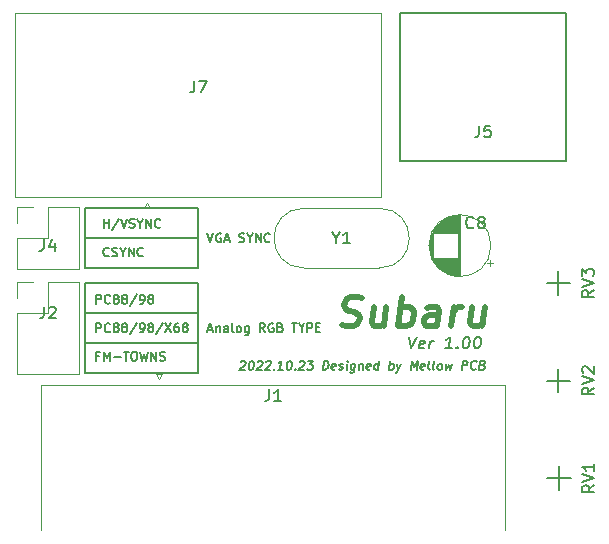
<source format=gbr>
%TF.GenerationSoftware,KiCad,Pcbnew,(6.0.6-0)*%
%TF.CreationDate,2022-10-23T01:51:18+09:00*%
%TF.ProjectId,Subaru,53756261-7275-42e6-9b69-6361645f7063,rev?*%
%TF.SameCoordinates,Original*%
%TF.FileFunction,Legend,Top*%
%TF.FilePolarity,Positive*%
%FSLAX46Y46*%
G04 Gerber Fmt 4.6, Leading zero omitted, Abs format (unit mm)*
G04 Created by KiCad (PCBNEW (6.0.6-0)) date 2022-10-23 01:51:18*
%MOMM*%
%LPD*%
G01*
G04 APERTURE LIST*
%ADD10C,0.150000*%
%ADD11C,0.500000*%
%ADD12C,0.200000*%
%ADD13C,0.120000*%
G04 APERTURE END LIST*
D10*
X109855000Y-83820000D02*
X119380000Y-83820000D01*
X119380000Y-78740000D02*
X119380000Y-83820000D01*
X109855000Y-78740000D02*
X109855000Y-83820000D01*
X109855000Y-85090000D02*
X109855000Y-92710000D01*
X119380000Y-85090000D02*
X109855000Y-85090000D01*
X119380000Y-78740000D02*
X109855000Y-78740000D01*
X109855000Y-92710000D02*
X119380000Y-92710000D01*
X109855000Y-90170000D02*
X119380000Y-90170000D01*
X109855000Y-87630000D02*
X119380000Y-87630000D01*
X119380000Y-92710000D02*
X119380000Y-85090000D01*
X109855000Y-81280000D02*
X119380000Y-81280000D01*
X120183928Y-80869285D02*
X120433928Y-81619285D01*
X120683928Y-80869285D01*
X121326785Y-80905000D02*
X121255357Y-80869285D01*
X121148214Y-80869285D01*
X121041071Y-80905000D01*
X120969642Y-80976428D01*
X120933928Y-81047857D01*
X120898214Y-81190714D01*
X120898214Y-81297857D01*
X120933928Y-81440714D01*
X120969642Y-81512142D01*
X121041071Y-81583571D01*
X121148214Y-81619285D01*
X121219642Y-81619285D01*
X121326785Y-81583571D01*
X121362500Y-81547857D01*
X121362500Y-81297857D01*
X121219642Y-81297857D01*
X121648214Y-81405000D02*
X122005357Y-81405000D01*
X121576785Y-81619285D02*
X121826785Y-80869285D01*
X122076785Y-81619285D01*
X122862500Y-81583571D02*
X122969642Y-81619285D01*
X123148214Y-81619285D01*
X123219642Y-81583571D01*
X123255357Y-81547857D01*
X123291071Y-81476428D01*
X123291071Y-81405000D01*
X123255357Y-81333571D01*
X123219642Y-81297857D01*
X123148214Y-81262142D01*
X123005357Y-81226428D01*
X122933928Y-81190714D01*
X122898214Y-81155000D01*
X122862500Y-81083571D01*
X122862500Y-81012142D01*
X122898214Y-80940714D01*
X122933928Y-80905000D01*
X123005357Y-80869285D01*
X123183928Y-80869285D01*
X123291071Y-80905000D01*
X123755357Y-81262142D02*
X123755357Y-81619285D01*
X123505357Y-80869285D02*
X123755357Y-81262142D01*
X124005357Y-80869285D01*
X124255357Y-81619285D02*
X124255357Y-80869285D01*
X124683928Y-81619285D01*
X124683928Y-80869285D01*
X125469642Y-81547857D02*
X125433928Y-81583571D01*
X125326785Y-81619285D01*
X125255357Y-81619285D01*
X125148214Y-81583571D01*
X125076785Y-81512142D01*
X125041071Y-81440714D01*
X125005357Y-81297857D01*
X125005357Y-81190714D01*
X125041071Y-81047857D01*
X125076785Y-80976428D01*
X125148214Y-80905000D01*
X125255357Y-80869285D01*
X125326785Y-80869285D01*
X125433928Y-80905000D01*
X125469642Y-80940714D01*
X110766071Y-86824285D02*
X110766071Y-86074285D01*
X111051785Y-86074285D01*
X111123214Y-86110000D01*
X111158928Y-86145714D01*
X111194642Y-86217142D01*
X111194642Y-86324285D01*
X111158928Y-86395714D01*
X111123214Y-86431428D01*
X111051785Y-86467142D01*
X110766071Y-86467142D01*
X111944642Y-86752857D02*
X111908928Y-86788571D01*
X111801785Y-86824285D01*
X111730357Y-86824285D01*
X111623214Y-86788571D01*
X111551785Y-86717142D01*
X111516071Y-86645714D01*
X111480357Y-86502857D01*
X111480357Y-86395714D01*
X111516071Y-86252857D01*
X111551785Y-86181428D01*
X111623214Y-86110000D01*
X111730357Y-86074285D01*
X111801785Y-86074285D01*
X111908928Y-86110000D01*
X111944642Y-86145714D01*
X112373214Y-86395714D02*
X112301785Y-86360000D01*
X112266071Y-86324285D01*
X112230357Y-86252857D01*
X112230357Y-86217142D01*
X112266071Y-86145714D01*
X112301785Y-86110000D01*
X112373214Y-86074285D01*
X112516071Y-86074285D01*
X112587500Y-86110000D01*
X112623214Y-86145714D01*
X112658928Y-86217142D01*
X112658928Y-86252857D01*
X112623214Y-86324285D01*
X112587500Y-86360000D01*
X112516071Y-86395714D01*
X112373214Y-86395714D01*
X112301785Y-86431428D01*
X112266071Y-86467142D01*
X112230357Y-86538571D01*
X112230357Y-86681428D01*
X112266071Y-86752857D01*
X112301785Y-86788571D01*
X112373214Y-86824285D01*
X112516071Y-86824285D01*
X112587500Y-86788571D01*
X112623214Y-86752857D01*
X112658928Y-86681428D01*
X112658928Y-86538571D01*
X112623214Y-86467142D01*
X112587500Y-86431428D01*
X112516071Y-86395714D01*
X113087500Y-86395714D02*
X113016071Y-86360000D01*
X112980357Y-86324285D01*
X112944642Y-86252857D01*
X112944642Y-86217142D01*
X112980357Y-86145714D01*
X113016071Y-86110000D01*
X113087500Y-86074285D01*
X113230357Y-86074285D01*
X113301785Y-86110000D01*
X113337500Y-86145714D01*
X113373214Y-86217142D01*
X113373214Y-86252857D01*
X113337500Y-86324285D01*
X113301785Y-86360000D01*
X113230357Y-86395714D01*
X113087500Y-86395714D01*
X113016071Y-86431428D01*
X112980357Y-86467142D01*
X112944642Y-86538571D01*
X112944642Y-86681428D01*
X112980357Y-86752857D01*
X113016071Y-86788571D01*
X113087500Y-86824285D01*
X113230357Y-86824285D01*
X113301785Y-86788571D01*
X113337500Y-86752857D01*
X113373214Y-86681428D01*
X113373214Y-86538571D01*
X113337500Y-86467142D01*
X113301785Y-86431428D01*
X113230357Y-86395714D01*
X114230357Y-86038571D02*
X113587500Y-87002857D01*
X114516071Y-86824285D02*
X114658928Y-86824285D01*
X114730357Y-86788571D01*
X114766071Y-86752857D01*
X114837500Y-86645714D01*
X114873214Y-86502857D01*
X114873214Y-86217142D01*
X114837500Y-86145714D01*
X114801785Y-86110000D01*
X114730357Y-86074285D01*
X114587500Y-86074285D01*
X114516071Y-86110000D01*
X114480357Y-86145714D01*
X114444642Y-86217142D01*
X114444642Y-86395714D01*
X114480357Y-86467142D01*
X114516071Y-86502857D01*
X114587500Y-86538571D01*
X114730357Y-86538571D01*
X114801785Y-86502857D01*
X114837500Y-86467142D01*
X114873214Y-86395714D01*
X115301785Y-86395714D02*
X115230357Y-86360000D01*
X115194642Y-86324285D01*
X115158928Y-86252857D01*
X115158928Y-86217142D01*
X115194642Y-86145714D01*
X115230357Y-86110000D01*
X115301785Y-86074285D01*
X115444642Y-86074285D01*
X115516071Y-86110000D01*
X115551785Y-86145714D01*
X115587500Y-86217142D01*
X115587500Y-86252857D01*
X115551785Y-86324285D01*
X115516071Y-86360000D01*
X115444642Y-86395714D01*
X115301785Y-86395714D01*
X115230357Y-86431428D01*
X115194642Y-86467142D01*
X115158928Y-86538571D01*
X115158928Y-86681428D01*
X115194642Y-86752857D01*
X115230357Y-86788571D01*
X115301785Y-86824285D01*
X115444642Y-86824285D01*
X115516071Y-86788571D01*
X115551785Y-86752857D01*
X115587500Y-86681428D01*
X115587500Y-86538571D01*
X115551785Y-86467142D01*
X115516071Y-86431428D01*
X115444642Y-86395714D01*
X110766071Y-89239285D02*
X110766071Y-88489285D01*
X111051785Y-88489285D01*
X111123214Y-88525000D01*
X111158928Y-88560714D01*
X111194642Y-88632142D01*
X111194642Y-88739285D01*
X111158928Y-88810714D01*
X111123214Y-88846428D01*
X111051785Y-88882142D01*
X110766071Y-88882142D01*
X111944642Y-89167857D02*
X111908928Y-89203571D01*
X111801785Y-89239285D01*
X111730357Y-89239285D01*
X111623214Y-89203571D01*
X111551785Y-89132142D01*
X111516071Y-89060714D01*
X111480357Y-88917857D01*
X111480357Y-88810714D01*
X111516071Y-88667857D01*
X111551785Y-88596428D01*
X111623214Y-88525000D01*
X111730357Y-88489285D01*
X111801785Y-88489285D01*
X111908928Y-88525000D01*
X111944642Y-88560714D01*
X112373214Y-88810714D02*
X112301785Y-88775000D01*
X112266071Y-88739285D01*
X112230357Y-88667857D01*
X112230357Y-88632142D01*
X112266071Y-88560714D01*
X112301785Y-88525000D01*
X112373214Y-88489285D01*
X112516071Y-88489285D01*
X112587500Y-88525000D01*
X112623214Y-88560714D01*
X112658928Y-88632142D01*
X112658928Y-88667857D01*
X112623214Y-88739285D01*
X112587500Y-88775000D01*
X112516071Y-88810714D01*
X112373214Y-88810714D01*
X112301785Y-88846428D01*
X112266071Y-88882142D01*
X112230357Y-88953571D01*
X112230357Y-89096428D01*
X112266071Y-89167857D01*
X112301785Y-89203571D01*
X112373214Y-89239285D01*
X112516071Y-89239285D01*
X112587500Y-89203571D01*
X112623214Y-89167857D01*
X112658928Y-89096428D01*
X112658928Y-88953571D01*
X112623214Y-88882142D01*
X112587500Y-88846428D01*
X112516071Y-88810714D01*
X113087500Y-88810714D02*
X113016071Y-88775000D01*
X112980357Y-88739285D01*
X112944642Y-88667857D01*
X112944642Y-88632142D01*
X112980357Y-88560714D01*
X113016071Y-88525000D01*
X113087500Y-88489285D01*
X113230357Y-88489285D01*
X113301785Y-88525000D01*
X113337500Y-88560714D01*
X113373214Y-88632142D01*
X113373214Y-88667857D01*
X113337500Y-88739285D01*
X113301785Y-88775000D01*
X113230357Y-88810714D01*
X113087500Y-88810714D01*
X113016071Y-88846428D01*
X112980357Y-88882142D01*
X112944642Y-88953571D01*
X112944642Y-89096428D01*
X112980357Y-89167857D01*
X113016071Y-89203571D01*
X113087500Y-89239285D01*
X113230357Y-89239285D01*
X113301785Y-89203571D01*
X113337500Y-89167857D01*
X113373214Y-89096428D01*
X113373214Y-88953571D01*
X113337500Y-88882142D01*
X113301785Y-88846428D01*
X113230357Y-88810714D01*
X114230357Y-88453571D02*
X113587500Y-89417857D01*
X114516071Y-89239285D02*
X114658928Y-89239285D01*
X114730357Y-89203571D01*
X114766071Y-89167857D01*
X114837500Y-89060714D01*
X114873214Y-88917857D01*
X114873214Y-88632142D01*
X114837500Y-88560714D01*
X114801785Y-88525000D01*
X114730357Y-88489285D01*
X114587500Y-88489285D01*
X114516071Y-88525000D01*
X114480357Y-88560714D01*
X114444642Y-88632142D01*
X114444642Y-88810714D01*
X114480357Y-88882142D01*
X114516071Y-88917857D01*
X114587500Y-88953571D01*
X114730357Y-88953571D01*
X114801785Y-88917857D01*
X114837500Y-88882142D01*
X114873214Y-88810714D01*
X115301785Y-88810714D02*
X115230357Y-88775000D01*
X115194642Y-88739285D01*
X115158928Y-88667857D01*
X115158928Y-88632142D01*
X115194642Y-88560714D01*
X115230357Y-88525000D01*
X115301785Y-88489285D01*
X115444642Y-88489285D01*
X115516071Y-88525000D01*
X115551785Y-88560714D01*
X115587500Y-88632142D01*
X115587500Y-88667857D01*
X115551785Y-88739285D01*
X115516071Y-88775000D01*
X115444642Y-88810714D01*
X115301785Y-88810714D01*
X115230357Y-88846428D01*
X115194642Y-88882142D01*
X115158928Y-88953571D01*
X115158928Y-89096428D01*
X115194642Y-89167857D01*
X115230357Y-89203571D01*
X115301785Y-89239285D01*
X115444642Y-89239285D01*
X115516071Y-89203571D01*
X115551785Y-89167857D01*
X115587500Y-89096428D01*
X115587500Y-88953571D01*
X115551785Y-88882142D01*
X115516071Y-88846428D01*
X115444642Y-88810714D01*
X116444642Y-88453571D02*
X115801785Y-89417857D01*
X116623214Y-88489285D02*
X117123214Y-89239285D01*
X117123214Y-88489285D02*
X116623214Y-89239285D01*
X117730357Y-88489285D02*
X117587500Y-88489285D01*
X117516071Y-88525000D01*
X117480357Y-88560714D01*
X117408928Y-88667857D01*
X117373214Y-88810714D01*
X117373214Y-89096428D01*
X117408928Y-89167857D01*
X117444642Y-89203571D01*
X117516071Y-89239285D01*
X117658928Y-89239285D01*
X117730357Y-89203571D01*
X117766071Y-89167857D01*
X117801785Y-89096428D01*
X117801785Y-88917857D01*
X117766071Y-88846428D01*
X117730357Y-88810714D01*
X117658928Y-88775000D01*
X117516071Y-88775000D01*
X117444642Y-88810714D01*
X117408928Y-88846428D01*
X117373214Y-88917857D01*
X118230357Y-88810714D02*
X118158928Y-88775000D01*
X118123214Y-88739285D01*
X118087500Y-88667857D01*
X118087500Y-88632142D01*
X118123214Y-88560714D01*
X118158928Y-88525000D01*
X118230357Y-88489285D01*
X118373214Y-88489285D01*
X118444642Y-88525000D01*
X118480357Y-88560714D01*
X118516071Y-88632142D01*
X118516071Y-88667857D01*
X118480357Y-88739285D01*
X118444642Y-88775000D01*
X118373214Y-88810714D01*
X118230357Y-88810714D01*
X118158928Y-88846428D01*
X118123214Y-88882142D01*
X118087500Y-88953571D01*
X118087500Y-89096428D01*
X118123214Y-89167857D01*
X118158928Y-89203571D01*
X118230357Y-89239285D01*
X118373214Y-89239285D01*
X118444642Y-89203571D01*
X118480357Y-89167857D01*
X118516071Y-89096428D01*
X118516071Y-88953571D01*
X118480357Y-88882142D01*
X118444642Y-88846428D01*
X118373214Y-88810714D01*
X111016071Y-91261428D02*
X110766071Y-91261428D01*
X110766071Y-91654285D02*
X110766071Y-90904285D01*
X111123214Y-90904285D01*
X111408928Y-91654285D02*
X111408928Y-90904285D01*
X111658928Y-91440000D01*
X111908928Y-90904285D01*
X111908928Y-91654285D01*
X112266071Y-91368571D02*
X112837500Y-91368571D01*
X113087500Y-90904285D02*
X113516071Y-90904285D01*
X113301785Y-91654285D02*
X113301785Y-90904285D01*
X113908928Y-90904285D02*
X114051785Y-90904285D01*
X114123214Y-90940000D01*
X114194642Y-91011428D01*
X114230357Y-91154285D01*
X114230357Y-91404285D01*
X114194642Y-91547142D01*
X114123214Y-91618571D01*
X114051785Y-91654285D01*
X113908928Y-91654285D01*
X113837500Y-91618571D01*
X113766071Y-91547142D01*
X113730357Y-91404285D01*
X113730357Y-91154285D01*
X113766071Y-91011428D01*
X113837500Y-90940000D01*
X113908928Y-90904285D01*
X114480357Y-90904285D02*
X114658928Y-91654285D01*
X114801785Y-91118571D01*
X114944642Y-91654285D01*
X115123214Y-90904285D01*
X115408928Y-91654285D02*
X115408928Y-90904285D01*
X115837500Y-91654285D01*
X115837500Y-90904285D01*
X116158928Y-91618571D02*
X116266071Y-91654285D01*
X116444642Y-91654285D01*
X116516071Y-91618571D01*
X116551785Y-91582857D01*
X116587500Y-91511428D01*
X116587500Y-91440000D01*
X116551785Y-91368571D01*
X116516071Y-91332857D01*
X116444642Y-91297142D01*
X116301785Y-91261428D01*
X116230357Y-91225714D01*
X116194642Y-91190000D01*
X116158928Y-91118571D01*
X116158928Y-91047142D01*
X116194642Y-90975714D01*
X116230357Y-90940000D01*
X116301785Y-90904285D01*
X116480357Y-90904285D01*
X116587500Y-90940000D01*
D11*
X131561307Y-88641904D02*
X131903569Y-88760952D01*
X132498807Y-88760952D01*
X132751783Y-88641904D01*
X132885712Y-88522857D01*
X133034521Y-88284761D01*
X133064283Y-88046666D01*
X132974998Y-87808571D01*
X132870831Y-87689523D01*
X132647617Y-87570476D01*
X132186307Y-87451428D01*
X131963093Y-87332380D01*
X131858926Y-87213333D01*
X131769640Y-86975238D01*
X131799402Y-86737142D01*
X131948212Y-86499047D01*
X132082140Y-86380000D01*
X132335117Y-86260952D01*
X132930355Y-86260952D01*
X133272617Y-86380000D01*
X135326188Y-87094285D02*
X135117855Y-88760952D01*
X134254760Y-87094285D02*
X134091069Y-88403809D01*
X134180355Y-88641904D01*
X134403569Y-88760952D01*
X134760712Y-88760952D01*
X135013688Y-88641904D01*
X135147617Y-88522857D01*
X136308331Y-88760952D02*
X136620831Y-86260952D01*
X136501783Y-87213333D02*
X136754760Y-87094285D01*
X137230950Y-87094285D01*
X137454164Y-87213333D01*
X137558331Y-87332380D01*
X137647617Y-87570476D01*
X137558331Y-88284761D01*
X137409521Y-88522857D01*
X137275593Y-88641904D01*
X137022617Y-88760952D01*
X136546426Y-88760952D01*
X136323212Y-88641904D01*
X139641664Y-88760952D02*
X139805355Y-87451428D01*
X139716069Y-87213333D01*
X139492855Y-87094285D01*
X139016664Y-87094285D01*
X138763688Y-87213333D01*
X139656545Y-88641904D02*
X139403569Y-88760952D01*
X138808331Y-88760952D01*
X138585117Y-88641904D01*
X138495831Y-88403809D01*
X138525593Y-88165714D01*
X138674402Y-87927619D01*
X138927379Y-87808571D01*
X139522617Y-87808571D01*
X139775593Y-87689523D01*
X140832140Y-88760952D02*
X141040474Y-87094285D01*
X140980950Y-87570476D02*
X141129760Y-87332380D01*
X141263688Y-87213333D01*
X141516664Y-87094285D01*
X141754760Y-87094285D01*
X143659521Y-87094285D02*
X143451188Y-88760952D01*
X142588093Y-87094285D02*
X142424402Y-88403809D01*
X142513688Y-88641904D01*
X142736902Y-88760952D01*
X143094045Y-88760952D01*
X143347021Y-88641904D01*
X143480950Y-88522857D01*
D10*
X111401071Y-80411785D02*
X111401071Y-79661785D01*
X111401071Y-80018928D02*
X111829642Y-80018928D01*
X111829642Y-80411785D02*
X111829642Y-79661785D01*
X112722500Y-79626071D02*
X112079642Y-80590357D01*
X112865357Y-79661785D02*
X113115357Y-80411785D01*
X113365357Y-79661785D01*
X113579642Y-80376071D02*
X113686785Y-80411785D01*
X113865357Y-80411785D01*
X113936785Y-80376071D01*
X113972500Y-80340357D01*
X114008214Y-80268928D01*
X114008214Y-80197500D01*
X113972500Y-80126071D01*
X113936785Y-80090357D01*
X113865357Y-80054642D01*
X113722500Y-80018928D01*
X113651071Y-79983214D01*
X113615357Y-79947500D01*
X113579642Y-79876071D01*
X113579642Y-79804642D01*
X113615357Y-79733214D01*
X113651071Y-79697500D01*
X113722500Y-79661785D01*
X113901071Y-79661785D01*
X114008214Y-79697500D01*
X114472500Y-80054642D02*
X114472500Y-80411785D01*
X114222500Y-79661785D02*
X114472500Y-80054642D01*
X114722500Y-79661785D01*
X114972500Y-80411785D02*
X114972500Y-79661785D01*
X115401071Y-80411785D01*
X115401071Y-79661785D01*
X116186785Y-80340357D02*
X116151071Y-80376071D01*
X116043928Y-80411785D01*
X115972500Y-80411785D01*
X115865357Y-80376071D01*
X115793928Y-80304642D01*
X115758214Y-80233214D01*
X115722500Y-80090357D01*
X115722500Y-79983214D01*
X115758214Y-79840357D01*
X115793928Y-79768928D01*
X115865357Y-79697500D01*
X115972500Y-79661785D01*
X116043928Y-79661785D01*
X116151071Y-79697500D01*
X116186785Y-79733214D01*
X111829642Y-82755357D02*
X111793928Y-82791071D01*
X111686785Y-82826785D01*
X111615357Y-82826785D01*
X111508214Y-82791071D01*
X111436785Y-82719642D01*
X111401071Y-82648214D01*
X111365357Y-82505357D01*
X111365357Y-82398214D01*
X111401071Y-82255357D01*
X111436785Y-82183928D01*
X111508214Y-82112500D01*
X111615357Y-82076785D01*
X111686785Y-82076785D01*
X111793928Y-82112500D01*
X111829642Y-82148214D01*
X112115357Y-82791071D02*
X112222500Y-82826785D01*
X112401071Y-82826785D01*
X112472500Y-82791071D01*
X112508214Y-82755357D01*
X112543928Y-82683928D01*
X112543928Y-82612500D01*
X112508214Y-82541071D01*
X112472500Y-82505357D01*
X112401071Y-82469642D01*
X112258214Y-82433928D01*
X112186785Y-82398214D01*
X112151071Y-82362500D01*
X112115357Y-82291071D01*
X112115357Y-82219642D01*
X112151071Y-82148214D01*
X112186785Y-82112500D01*
X112258214Y-82076785D01*
X112436785Y-82076785D01*
X112543928Y-82112500D01*
X113008214Y-82469642D02*
X113008214Y-82826785D01*
X112758214Y-82076785D02*
X113008214Y-82469642D01*
X113258214Y-82076785D01*
X113508214Y-82826785D02*
X113508214Y-82076785D01*
X113936785Y-82826785D01*
X113936785Y-82076785D01*
X114722500Y-82755357D02*
X114686785Y-82791071D01*
X114579642Y-82826785D01*
X114508214Y-82826785D01*
X114401071Y-82791071D01*
X114329642Y-82719642D01*
X114293928Y-82648214D01*
X114258214Y-82505357D01*
X114258214Y-82398214D01*
X114293928Y-82255357D01*
X114329642Y-82183928D01*
X114401071Y-82112500D01*
X114508214Y-82076785D01*
X114579642Y-82076785D01*
X114686785Y-82112500D01*
X114722500Y-82148214D01*
X120255357Y-89025000D02*
X120612500Y-89025000D01*
X120183928Y-89239285D02*
X120433928Y-88489285D01*
X120683928Y-89239285D01*
X120933928Y-88739285D02*
X120933928Y-89239285D01*
X120933928Y-88810714D02*
X120969642Y-88775000D01*
X121041071Y-88739285D01*
X121148214Y-88739285D01*
X121219642Y-88775000D01*
X121255357Y-88846428D01*
X121255357Y-89239285D01*
X121933928Y-89239285D02*
X121933928Y-88846428D01*
X121898214Y-88775000D01*
X121826785Y-88739285D01*
X121683928Y-88739285D01*
X121612500Y-88775000D01*
X121933928Y-89203571D02*
X121862500Y-89239285D01*
X121683928Y-89239285D01*
X121612500Y-89203571D01*
X121576785Y-89132142D01*
X121576785Y-89060714D01*
X121612500Y-88989285D01*
X121683928Y-88953571D01*
X121862500Y-88953571D01*
X121933928Y-88917857D01*
X122398214Y-89239285D02*
X122326785Y-89203571D01*
X122291071Y-89132142D01*
X122291071Y-88489285D01*
X122791071Y-89239285D02*
X122719642Y-89203571D01*
X122683928Y-89167857D01*
X122648214Y-89096428D01*
X122648214Y-88882142D01*
X122683928Y-88810714D01*
X122719642Y-88775000D01*
X122791071Y-88739285D01*
X122898214Y-88739285D01*
X122969642Y-88775000D01*
X123005357Y-88810714D01*
X123041071Y-88882142D01*
X123041071Y-89096428D01*
X123005357Y-89167857D01*
X122969642Y-89203571D01*
X122898214Y-89239285D01*
X122791071Y-89239285D01*
X123683928Y-88739285D02*
X123683928Y-89346428D01*
X123648214Y-89417857D01*
X123612500Y-89453571D01*
X123541071Y-89489285D01*
X123433928Y-89489285D01*
X123362500Y-89453571D01*
X123683928Y-89203571D02*
X123612500Y-89239285D01*
X123469642Y-89239285D01*
X123398214Y-89203571D01*
X123362500Y-89167857D01*
X123326785Y-89096428D01*
X123326785Y-88882142D01*
X123362500Y-88810714D01*
X123398214Y-88775000D01*
X123469642Y-88739285D01*
X123612500Y-88739285D01*
X123683928Y-88775000D01*
X125041071Y-89239285D02*
X124791071Y-88882142D01*
X124612500Y-89239285D02*
X124612500Y-88489285D01*
X124898214Y-88489285D01*
X124969642Y-88525000D01*
X125005357Y-88560714D01*
X125041071Y-88632142D01*
X125041071Y-88739285D01*
X125005357Y-88810714D01*
X124969642Y-88846428D01*
X124898214Y-88882142D01*
X124612500Y-88882142D01*
X125755357Y-88525000D02*
X125683928Y-88489285D01*
X125576785Y-88489285D01*
X125469642Y-88525000D01*
X125398214Y-88596428D01*
X125362500Y-88667857D01*
X125326785Y-88810714D01*
X125326785Y-88917857D01*
X125362500Y-89060714D01*
X125398214Y-89132142D01*
X125469642Y-89203571D01*
X125576785Y-89239285D01*
X125648214Y-89239285D01*
X125755357Y-89203571D01*
X125791071Y-89167857D01*
X125791071Y-88917857D01*
X125648214Y-88917857D01*
X126362500Y-88846428D02*
X126469642Y-88882142D01*
X126505357Y-88917857D01*
X126541071Y-88989285D01*
X126541071Y-89096428D01*
X126505357Y-89167857D01*
X126469642Y-89203571D01*
X126398214Y-89239285D01*
X126112500Y-89239285D01*
X126112500Y-88489285D01*
X126362500Y-88489285D01*
X126433928Y-88525000D01*
X126469642Y-88560714D01*
X126505357Y-88632142D01*
X126505357Y-88703571D01*
X126469642Y-88775000D01*
X126433928Y-88810714D01*
X126362500Y-88846428D01*
X126112500Y-88846428D01*
X127326785Y-88489285D02*
X127755357Y-88489285D01*
X127541071Y-89239285D02*
X127541071Y-88489285D01*
X128148214Y-88882142D02*
X128148214Y-89239285D01*
X127898214Y-88489285D02*
X128148214Y-88882142D01*
X128398214Y-88489285D01*
X128648214Y-89239285D02*
X128648214Y-88489285D01*
X128933928Y-88489285D01*
X129005357Y-88525000D01*
X129041071Y-88560714D01*
X129076785Y-88632142D01*
X129076785Y-88739285D01*
X129041071Y-88810714D01*
X129005357Y-88846428D01*
X128933928Y-88882142D01*
X128648214Y-88882142D01*
X129398214Y-88846428D02*
X129648214Y-88846428D01*
X129755357Y-89239285D02*
X129398214Y-89239285D01*
X129398214Y-88489285D01*
X129755357Y-88489285D01*
D12*
X137246292Y-89622380D02*
X137454626Y-90622380D01*
X137912959Y-89622380D01*
X138508197Y-90574761D02*
X138407007Y-90622380D01*
X138216530Y-90622380D01*
X138127245Y-90574761D01*
X138091530Y-90479523D01*
X138139149Y-90098571D01*
X138198673Y-90003333D01*
X138299864Y-89955714D01*
X138490340Y-89955714D01*
X138579626Y-90003333D01*
X138615340Y-90098571D01*
X138603435Y-90193809D01*
X138115340Y-90289047D01*
X138978435Y-90622380D02*
X139061768Y-89955714D01*
X139037959Y-90146190D02*
X139097483Y-90050952D01*
X139151054Y-90003333D01*
X139252245Y-89955714D01*
X139347483Y-89955714D01*
X140883197Y-90622380D02*
X140311768Y-90622380D01*
X140597483Y-90622380D02*
X140722483Y-89622380D01*
X140609388Y-89765238D01*
X140502245Y-89860476D01*
X140401054Y-89908095D01*
X141323673Y-90527142D02*
X141365340Y-90574761D01*
X141311768Y-90622380D01*
X141270102Y-90574761D01*
X141323673Y-90527142D01*
X141311768Y-90622380D01*
X142103435Y-89622380D02*
X142198673Y-89622380D01*
X142287959Y-89670000D01*
X142329626Y-89717619D01*
X142365340Y-89812857D01*
X142389149Y-90003333D01*
X142359388Y-90241428D01*
X142287959Y-90431904D01*
X142228435Y-90527142D01*
X142174864Y-90574761D01*
X142073673Y-90622380D01*
X141978435Y-90622380D01*
X141889149Y-90574761D01*
X141847483Y-90527142D01*
X141811768Y-90431904D01*
X141787959Y-90241428D01*
X141817721Y-90003333D01*
X141889149Y-89812857D01*
X141948673Y-89717619D01*
X142002245Y-89670000D01*
X142103435Y-89622380D01*
X143055816Y-89622380D02*
X143151054Y-89622380D01*
X143240340Y-89670000D01*
X143282007Y-89717619D01*
X143317721Y-89812857D01*
X143341530Y-90003333D01*
X143311768Y-90241428D01*
X143240340Y-90431904D01*
X143180816Y-90527142D01*
X143127245Y-90574761D01*
X143026054Y-90622380D01*
X142930816Y-90622380D01*
X142841530Y-90574761D01*
X142799864Y-90527142D01*
X142764149Y-90431904D01*
X142740340Y-90241428D01*
X142770102Y-90003333D01*
X142841530Y-89812857D01*
X142901054Y-89717619D01*
X142954626Y-89670000D01*
X143055816Y-89622380D01*
D10*
X123006687Y-91735714D02*
X123046865Y-91700000D01*
X123122758Y-91664285D01*
X123301329Y-91664285D01*
X123368294Y-91700000D01*
X123399544Y-91735714D01*
X123426329Y-91807142D01*
X123417401Y-91878571D01*
X123368294Y-91985714D01*
X122886151Y-92414285D01*
X123350437Y-92414285D01*
X123908472Y-91664285D02*
X123979901Y-91664285D01*
X124046865Y-91700000D01*
X124078115Y-91735714D01*
X124104901Y-91807142D01*
X124122758Y-91950000D01*
X124100437Y-92128571D01*
X124046865Y-92271428D01*
X124002222Y-92342857D01*
X123962044Y-92378571D01*
X123886151Y-92414285D01*
X123814722Y-92414285D01*
X123747758Y-92378571D01*
X123716508Y-92342857D01*
X123689722Y-92271428D01*
X123671865Y-92128571D01*
X123694187Y-91950000D01*
X123747758Y-91807142D01*
X123792401Y-91735714D01*
X123832579Y-91700000D01*
X123908472Y-91664285D01*
X124435258Y-91735714D02*
X124475437Y-91700000D01*
X124551329Y-91664285D01*
X124729901Y-91664285D01*
X124796865Y-91700000D01*
X124828115Y-91735714D01*
X124854901Y-91807142D01*
X124845972Y-91878571D01*
X124796865Y-91985714D01*
X124314722Y-92414285D01*
X124779008Y-92414285D01*
X125149544Y-91735714D02*
X125189722Y-91700000D01*
X125265615Y-91664285D01*
X125444187Y-91664285D01*
X125511151Y-91700000D01*
X125542401Y-91735714D01*
X125569187Y-91807142D01*
X125560258Y-91878571D01*
X125511151Y-91985714D01*
X125029008Y-92414285D01*
X125493294Y-92414285D01*
X125823651Y-92342857D02*
X125854901Y-92378571D01*
X125814722Y-92414285D01*
X125783472Y-92378571D01*
X125823651Y-92342857D01*
X125814722Y-92414285D01*
X126564722Y-92414285D02*
X126136151Y-92414285D01*
X126350437Y-92414285D02*
X126444187Y-91664285D01*
X126359365Y-91771428D01*
X126279008Y-91842857D01*
X126203115Y-91878571D01*
X127122758Y-91664285D02*
X127194187Y-91664285D01*
X127261151Y-91700000D01*
X127292401Y-91735714D01*
X127319187Y-91807142D01*
X127337044Y-91950000D01*
X127314722Y-92128571D01*
X127261151Y-92271428D01*
X127216508Y-92342857D01*
X127176329Y-92378571D01*
X127100437Y-92414285D01*
X127029008Y-92414285D01*
X126962044Y-92378571D01*
X126930794Y-92342857D01*
X126904008Y-92271428D01*
X126886151Y-92128571D01*
X126908472Y-91950000D01*
X126962044Y-91807142D01*
X127006687Y-91735714D01*
X127046865Y-91700000D01*
X127122758Y-91664285D01*
X127609365Y-92342857D02*
X127640615Y-92378571D01*
X127600437Y-92414285D01*
X127569187Y-92378571D01*
X127609365Y-92342857D01*
X127600437Y-92414285D01*
X128006687Y-91735714D02*
X128046865Y-91700000D01*
X128122758Y-91664285D01*
X128301329Y-91664285D01*
X128368294Y-91700000D01*
X128399544Y-91735714D01*
X128426329Y-91807142D01*
X128417401Y-91878571D01*
X128368294Y-91985714D01*
X127886151Y-92414285D01*
X128350437Y-92414285D01*
X128694187Y-91664285D02*
X129158472Y-91664285D01*
X128872758Y-91950000D01*
X128979901Y-91950000D01*
X129046865Y-91985714D01*
X129078115Y-92021428D01*
X129104901Y-92092857D01*
X129082579Y-92271428D01*
X129037937Y-92342857D01*
X128997758Y-92378571D01*
X128921865Y-92414285D01*
X128707579Y-92414285D01*
X128640615Y-92378571D01*
X128609365Y-92342857D01*
X129957579Y-92414285D02*
X130051329Y-91664285D01*
X130229901Y-91664285D01*
X130332579Y-91700000D01*
X130395079Y-91771428D01*
X130421865Y-91842857D01*
X130439722Y-91985714D01*
X130426329Y-92092857D01*
X130372758Y-92235714D01*
X130328115Y-92307142D01*
X130247758Y-92378571D01*
X130136151Y-92414285D01*
X129957579Y-92414285D01*
X130997758Y-92378571D02*
X130921865Y-92414285D01*
X130779008Y-92414285D01*
X130712044Y-92378571D01*
X130685258Y-92307142D01*
X130720972Y-92021428D01*
X130765615Y-91950000D01*
X130841508Y-91914285D01*
X130984365Y-91914285D01*
X131051329Y-91950000D01*
X131078115Y-92021428D01*
X131069187Y-92092857D01*
X130703115Y-92164285D01*
X131319187Y-92378571D02*
X131386151Y-92414285D01*
X131529008Y-92414285D01*
X131604901Y-92378571D01*
X131649544Y-92307142D01*
X131654008Y-92271428D01*
X131627222Y-92200000D01*
X131560258Y-92164285D01*
X131453115Y-92164285D01*
X131386151Y-92128571D01*
X131359365Y-92057142D01*
X131363829Y-92021428D01*
X131408472Y-91950000D01*
X131484365Y-91914285D01*
X131591508Y-91914285D01*
X131658472Y-91950000D01*
X131957579Y-92414285D02*
X132020079Y-91914285D01*
X132051329Y-91664285D02*
X132011151Y-91700000D01*
X132042401Y-91735714D01*
X132082579Y-91700000D01*
X132051329Y-91664285D01*
X132042401Y-91735714D01*
X132698651Y-91914285D02*
X132622758Y-92521428D01*
X132578115Y-92592857D01*
X132537937Y-92628571D01*
X132462044Y-92664285D01*
X132354901Y-92664285D01*
X132287937Y-92628571D01*
X132640615Y-92378571D02*
X132564722Y-92414285D01*
X132421865Y-92414285D01*
X132354901Y-92378571D01*
X132323651Y-92342857D01*
X132296865Y-92271428D01*
X132323651Y-92057142D01*
X132368294Y-91985714D01*
X132408472Y-91950000D01*
X132484365Y-91914285D01*
X132627222Y-91914285D01*
X132694187Y-91950000D01*
X133055794Y-91914285D02*
X132993294Y-92414285D01*
X133046865Y-91985714D02*
X133087044Y-91950000D01*
X133162937Y-91914285D01*
X133270079Y-91914285D01*
X133337044Y-91950000D01*
X133363829Y-92021428D01*
X133314722Y-92414285D01*
X133962044Y-92378571D02*
X133886151Y-92414285D01*
X133743294Y-92414285D01*
X133676329Y-92378571D01*
X133649544Y-92307142D01*
X133685258Y-92021428D01*
X133729901Y-91950000D01*
X133805794Y-91914285D01*
X133948651Y-91914285D01*
X134015615Y-91950000D01*
X134042401Y-92021428D01*
X134033472Y-92092857D01*
X133667401Y-92164285D01*
X134636151Y-92414285D02*
X134729901Y-91664285D01*
X134640615Y-92378571D02*
X134564722Y-92414285D01*
X134421865Y-92414285D01*
X134354901Y-92378571D01*
X134323651Y-92342857D01*
X134296865Y-92271428D01*
X134323651Y-92057142D01*
X134368294Y-91985714D01*
X134408472Y-91950000D01*
X134484365Y-91914285D01*
X134627222Y-91914285D01*
X134694187Y-91950000D01*
X135564722Y-92414285D02*
X135658472Y-91664285D01*
X135622758Y-91950000D02*
X135698651Y-91914285D01*
X135841508Y-91914285D01*
X135908472Y-91950000D01*
X135939722Y-91985714D01*
X135966508Y-92057142D01*
X135939722Y-92271428D01*
X135895079Y-92342857D01*
X135854901Y-92378571D01*
X135779008Y-92414285D01*
X135636151Y-92414285D01*
X135569187Y-92378571D01*
X136234365Y-91914285D02*
X136350437Y-92414285D01*
X136591508Y-91914285D02*
X136350437Y-92414285D01*
X136256687Y-92592857D01*
X136216508Y-92628571D01*
X136140615Y-92664285D01*
X137386151Y-92414285D02*
X137479901Y-91664285D01*
X137662937Y-92200000D01*
X137979901Y-91664285D01*
X137886151Y-92414285D01*
X138533472Y-92378571D02*
X138457579Y-92414285D01*
X138314722Y-92414285D01*
X138247758Y-92378571D01*
X138220972Y-92307142D01*
X138256687Y-92021428D01*
X138301329Y-91950000D01*
X138377222Y-91914285D01*
X138520079Y-91914285D01*
X138587044Y-91950000D01*
X138613829Y-92021428D01*
X138604901Y-92092857D01*
X138238829Y-92164285D01*
X138993294Y-92414285D02*
X138926329Y-92378571D01*
X138899544Y-92307142D01*
X138979901Y-91664285D01*
X139386151Y-92414285D02*
X139319187Y-92378571D01*
X139292401Y-92307142D01*
X139372758Y-91664285D01*
X139779008Y-92414285D02*
X139712044Y-92378571D01*
X139680794Y-92342857D01*
X139654008Y-92271428D01*
X139680794Y-92057142D01*
X139725437Y-91985714D01*
X139765615Y-91950000D01*
X139841508Y-91914285D01*
X139948651Y-91914285D01*
X140015615Y-91950000D01*
X140046865Y-91985714D01*
X140073651Y-92057142D01*
X140046865Y-92271428D01*
X140002222Y-92342857D01*
X139962044Y-92378571D01*
X139886151Y-92414285D01*
X139779008Y-92414285D01*
X140341508Y-91914285D02*
X140421865Y-92414285D01*
X140609365Y-92057142D01*
X140707579Y-92414285D01*
X140912937Y-91914285D01*
X141707579Y-92414285D02*
X141801329Y-91664285D01*
X142087044Y-91664285D01*
X142154008Y-91700000D01*
X142185258Y-91735714D01*
X142212044Y-91807142D01*
X142198651Y-91914285D01*
X142154008Y-91985714D01*
X142113829Y-92021428D01*
X142037937Y-92057142D01*
X141752222Y-92057142D01*
X142895079Y-92342857D02*
X142854901Y-92378571D01*
X142743294Y-92414285D01*
X142671865Y-92414285D01*
X142569187Y-92378571D01*
X142506687Y-92307142D01*
X142479901Y-92235714D01*
X142462044Y-92092857D01*
X142475437Y-91985714D01*
X142529008Y-91842857D01*
X142573651Y-91771428D01*
X142654008Y-91700000D01*
X142765615Y-91664285D01*
X142837044Y-91664285D01*
X142939722Y-91700000D01*
X142970972Y-91735714D01*
X143506687Y-92021428D02*
X143609365Y-92057142D01*
X143640615Y-92092857D01*
X143667401Y-92164285D01*
X143654008Y-92271428D01*
X143609365Y-92342857D01*
X143569187Y-92378571D01*
X143493294Y-92414285D01*
X143207579Y-92414285D01*
X143301329Y-91664285D01*
X143551329Y-91664285D01*
X143618294Y-91700000D01*
X143649544Y-91735714D01*
X143676329Y-91807142D01*
X143667401Y-91878571D01*
X143622758Y-91950000D01*
X143582579Y-91985714D01*
X143506687Y-92021428D01*
X143256687Y-92021428D01*
%TO.C,RV2*%
X152892380Y-93940238D02*
X152416190Y-94273571D01*
X152892380Y-94511666D02*
X151892380Y-94511666D01*
X151892380Y-94130714D01*
X151940000Y-94035476D01*
X151987619Y-93987857D01*
X152082857Y-93940238D01*
X152225714Y-93940238D01*
X152320952Y-93987857D01*
X152368571Y-94035476D01*
X152416190Y-94130714D01*
X152416190Y-94511666D01*
X151892380Y-93654523D02*
X152892380Y-93321190D01*
X151892380Y-92987857D01*
X151987619Y-92702142D02*
X151940000Y-92654523D01*
X151892380Y-92559285D01*
X151892380Y-92321190D01*
X151940000Y-92225952D01*
X151987619Y-92178333D01*
X152082857Y-92130714D01*
X152178095Y-92130714D01*
X152320952Y-92178333D01*
X152892380Y-92749761D01*
X152892380Y-92130714D01*
%TO.C,J7*%
X119061666Y-67947049D02*
X119061666Y-68661335D01*
X119014047Y-68804192D01*
X118918809Y-68899430D01*
X118775952Y-68947049D01*
X118680714Y-68947049D01*
X119442619Y-67947049D02*
X120109285Y-67947049D01*
X119680714Y-68947049D01*
%TO.C,RV3*%
X152892380Y-85685238D02*
X152416190Y-86018571D01*
X152892380Y-86256666D02*
X151892380Y-86256666D01*
X151892380Y-85875714D01*
X151940000Y-85780476D01*
X151987619Y-85732857D01*
X152082857Y-85685238D01*
X152225714Y-85685238D01*
X152320952Y-85732857D01*
X152368571Y-85780476D01*
X152416190Y-85875714D01*
X152416190Y-86256666D01*
X151892380Y-85399523D02*
X152892380Y-85066190D01*
X151892380Y-84732857D01*
X151892380Y-84494761D02*
X151892380Y-83875714D01*
X152273333Y-84209047D01*
X152273333Y-84066190D01*
X152320952Y-83970952D01*
X152368571Y-83923333D01*
X152463809Y-83875714D01*
X152701904Y-83875714D01*
X152797142Y-83923333D01*
X152844761Y-83970952D01*
X152892380Y-84066190D01*
X152892380Y-84351904D01*
X152844761Y-84447142D01*
X152797142Y-84494761D01*
%TO.C,J5*%
X143176666Y-71757080D02*
X143176666Y-72471366D01*
X143129047Y-72614223D01*
X143033809Y-72709461D01*
X142890952Y-72757080D01*
X142795714Y-72757080D01*
X144129047Y-71757080D02*
X143652857Y-71757080D01*
X143605238Y-72233271D01*
X143652857Y-72185652D01*
X143748095Y-72138033D01*
X143986190Y-72138033D01*
X144081428Y-72185652D01*
X144129047Y-72233271D01*
X144176666Y-72328509D01*
X144176666Y-72566604D01*
X144129047Y-72661842D01*
X144081428Y-72709461D01*
X143986190Y-72757080D01*
X143748095Y-72757080D01*
X143652857Y-72709461D01*
X143605238Y-72661842D01*
%TO.C,J2*%
X106346666Y-87082380D02*
X106346666Y-87796666D01*
X106299047Y-87939523D01*
X106203809Y-88034761D01*
X106060952Y-88082380D01*
X105965714Y-88082380D01*
X106775238Y-87177619D02*
X106822857Y-87130000D01*
X106918095Y-87082380D01*
X107156190Y-87082380D01*
X107251428Y-87130000D01*
X107299047Y-87177619D01*
X107346666Y-87272857D01*
X107346666Y-87368095D01*
X107299047Y-87510952D01*
X106727619Y-88082380D01*
X107346666Y-88082380D01*
%TO.C,C8*%
X142708321Y-80367142D02*
X142660702Y-80414761D01*
X142517845Y-80462380D01*
X142422607Y-80462380D01*
X142279749Y-80414761D01*
X142184511Y-80319523D01*
X142136892Y-80224285D01*
X142089273Y-80033809D01*
X142089273Y-79890952D01*
X142136892Y-79700476D01*
X142184511Y-79605238D01*
X142279749Y-79510000D01*
X142422607Y-79462380D01*
X142517845Y-79462380D01*
X142660702Y-79510000D01*
X142708321Y-79557619D01*
X143279749Y-79890952D02*
X143184511Y-79843333D01*
X143136892Y-79795714D01*
X143089273Y-79700476D01*
X143089273Y-79652857D01*
X143136892Y-79557619D01*
X143184511Y-79510000D01*
X143279749Y-79462380D01*
X143470226Y-79462380D01*
X143565464Y-79510000D01*
X143613083Y-79557619D01*
X143660702Y-79652857D01*
X143660702Y-79700476D01*
X143613083Y-79795714D01*
X143565464Y-79843333D01*
X143470226Y-79890952D01*
X143279749Y-79890952D01*
X143184511Y-79938571D01*
X143136892Y-79986190D01*
X143089273Y-80081428D01*
X143089273Y-80271904D01*
X143136892Y-80367142D01*
X143184511Y-80414761D01*
X143279749Y-80462380D01*
X143470226Y-80462380D01*
X143565464Y-80414761D01*
X143613083Y-80367142D01*
X143660702Y-80271904D01*
X143660702Y-80081428D01*
X143613083Y-79986190D01*
X143565464Y-79938571D01*
X143470226Y-79890952D01*
%TO.C,J4*%
X106341666Y-81367380D02*
X106341666Y-82081666D01*
X106294047Y-82224523D01*
X106198809Y-82319761D01*
X106055952Y-82367380D01*
X105960714Y-82367380D01*
X107246428Y-81700714D02*
X107246428Y-82367380D01*
X107008333Y-81319761D02*
X106770238Y-82034047D01*
X107389285Y-82034047D01*
%TO.C,Y1*%
X131068809Y-81256190D02*
X131068809Y-81732380D01*
X130735476Y-80732380D02*
X131068809Y-81256190D01*
X131402142Y-80732380D01*
X132259285Y-81732380D02*
X131687857Y-81732380D01*
X131973571Y-81732380D02*
X131973571Y-80732380D01*
X131878333Y-80875238D01*
X131783095Y-80970476D01*
X131687857Y-81018095D01*
%TO.C,J1*%
X125416666Y-94067411D02*
X125416666Y-94781697D01*
X125369047Y-94924554D01*
X125273809Y-95019792D01*
X125130952Y-95067411D01*
X125035714Y-95067411D01*
X126416666Y-95067411D02*
X125845238Y-95067411D01*
X126130952Y-95067411D02*
X126130952Y-94067411D01*
X126035714Y-94210269D01*
X125940476Y-94305507D01*
X125845238Y-94353126D01*
%TO.C,RV1*%
X152932380Y-102195238D02*
X152456190Y-102528571D01*
X152932380Y-102766666D02*
X151932380Y-102766666D01*
X151932380Y-102385714D01*
X151980000Y-102290476D01*
X152027619Y-102242857D01*
X152122857Y-102195238D01*
X152265714Y-102195238D01*
X152360952Y-102242857D01*
X152408571Y-102290476D01*
X152456190Y-102385714D01*
X152456190Y-102766666D01*
X151932380Y-101909523D02*
X152932380Y-101576190D01*
X151932380Y-101242857D01*
X152932380Y-100385714D02*
X152932380Y-100957142D01*
X152932380Y-100671428D02*
X151932380Y-100671428D01*
X152075238Y-100766666D01*
X152170476Y-100861904D01*
X152218095Y-100957142D01*
%TO.C,RV2*%
X149900000Y-94345000D02*
X149900000Y-92345000D01*
X148900000Y-93345000D02*
X150900000Y-93345000D01*
D13*
%TO.C,J7*%
X134880000Y-62230000D02*
X134880000Y-77840000D01*
X114830000Y-78734338D02*
X115080000Y-78301325D01*
X134880000Y-62230000D02*
X103910000Y-62230000D01*
X134880000Y-77840000D02*
X103910000Y-77840000D01*
X103910000Y-77840000D02*
X103910000Y-62230000D01*
X115330000Y-78734338D02*
X114830000Y-78734338D01*
X115080000Y-78301325D02*
X115330000Y-78734338D01*
D10*
%TO.C,RV3*%
X149900000Y-86090000D02*
X149900000Y-84090000D01*
X148900000Y-85090000D02*
X150900000Y-85090000D01*
%TO.C,J5*%
X150510000Y-62244700D02*
X150510000Y-74744700D01*
X136510000Y-62244700D02*
X136510000Y-74744700D01*
X136510000Y-74744700D02*
X150510000Y-74744700D01*
X136510000Y-62244700D02*
X150510000Y-62244700D01*
D13*
%TO.C,J2*%
X104080000Y-87630000D02*
X106680000Y-87630000D01*
X104080000Y-85030000D02*
X105410000Y-85030000D01*
X106680000Y-87630000D02*
X106680000Y-85030000D01*
X106680000Y-85030000D02*
X109280000Y-85030000D01*
X104080000Y-92770000D02*
X109280000Y-92770000D01*
X104080000Y-87630000D02*
X104080000Y-92770000D01*
X104080000Y-86360000D02*
X104080000Y-85030000D01*
X109280000Y-85030000D02*
X109280000Y-92770000D01*
%TO.C,C8*%
X140359100Y-84205000D02*
X140359100Y-82955000D01*
X140479100Y-80875000D02*
X140479100Y-79567000D01*
X139959100Y-83950000D02*
X139959100Y-82955000D01*
X139079100Y-82720000D02*
X139079100Y-81110000D01*
X140199100Y-80875000D02*
X140199100Y-79715000D01*
X141120100Y-80875000D02*
X141120100Y-79372000D01*
X141520100Y-84495000D02*
X141520100Y-79335000D01*
X140399100Y-80875000D02*
X140399100Y-79605000D01*
X140319100Y-80875000D02*
X140319100Y-79647000D01*
X139919100Y-80875000D02*
X139919100Y-79911000D01*
X139799100Y-83816000D02*
X139799100Y-82955000D01*
X140599100Y-84313000D02*
X140599100Y-82955000D01*
X141080100Y-80875000D02*
X141080100Y-79379000D01*
X140839100Y-80875000D02*
X140839100Y-79435000D01*
X140880100Y-80875000D02*
X140880100Y-79424000D01*
X139879100Y-83886000D02*
X139879100Y-82955000D01*
X139199100Y-83013000D02*
X139199100Y-80817000D01*
X139359100Y-83298000D02*
X139359100Y-82955000D01*
X140359100Y-80875000D02*
X140359100Y-79625000D01*
X141160100Y-84465000D02*
X141160100Y-82955000D01*
X139599100Y-83614000D02*
X139599100Y-82955000D01*
X141200100Y-80875000D02*
X141200100Y-79359000D01*
X141440100Y-84493000D02*
X141440100Y-79337000D01*
X139399100Y-80875000D02*
X139399100Y-80472000D01*
X140559100Y-84297000D02*
X140559100Y-82955000D01*
X139319100Y-83234000D02*
X139319100Y-82955000D01*
X139839100Y-83852000D02*
X139839100Y-82955000D01*
X140439100Y-84244000D02*
X140439100Y-82955000D01*
X141040100Y-84443000D02*
X141040100Y-82955000D01*
X139479100Y-80875000D02*
X139479100Y-80361000D01*
X140399100Y-84225000D02*
X140399100Y-82955000D01*
X139799100Y-80875000D02*
X139799100Y-80014000D01*
X141200100Y-84471000D02*
X141200100Y-82955000D01*
X139639100Y-80875000D02*
X139639100Y-80172000D01*
X140079100Y-84037000D02*
X140079100Y-82955000D01*
X141080100Y-84451000D02*
X141080100Y-82955000D01*
X139679100Y-80875000D02*
X139679100Y-80130000D01*
X141000100Y-84435000D02*
X141000100Y-82955000D01*
X140639100Y-80875000D02*
X140639100Y-79501000D01*
X139119100Y-82830000D02*
X139119100Y-81000000D01*
X139239100Y-83093000D02*
X139239100Y-80737000D01*
X141480100Y-84494000D02*
X141480100Y-79336000D01*
X140639100Y-84329000D02*
X140639100Y-82955000D01*
X141280100Y-80875000D02*
X141280100Y-79350000D01*
X141240100Y-80875000D02*
X141240100Y-79354000D01*
X139719100Y-80875000D02*
X139719100Y-80089000D01*
X144364875Y-83390000D02*
X143864875Y-83390000D01*
X140159100Y-84090000D02*
X140159100Y-82955000D01*
X140679100Y-80875000D02*
X140679100Y-79487000D01*
X140079100Y-80875000D02*
X140079100Y-79793000D01*
X139439100Y-83415000D02*
X139439100Y-82955000D01*
X139639100Y-83658000D02*
X139639100Y-82955000D01*
X141320100Y-80875000D02*
X141320100Y-79346000D01*
X139759100Y-80875000D02*
X139759100Y-80051000D01*
X139599100Y-80875000D02*
X139599100Y-80216000D01*
X144114875Y-83640000D02*
X144114875Y-83140000D01*
X140719100Y-80875000D02*
X140719100Y-79473000D01*
X140519100Y-80875000D02*
X140519100Y-79550000D01*
X141320100Y-84484000D02*
X141320100Y-82955000D01*
X139519100Y-80875000D02*
X139519100Y-80310000D01*
X140960100Y-80875000D02*
X140960100Y-79404000D01*
X141360100Y-84488000D02*
X141360100Y-79342000D01*
X139399100Y-83358000D02*
X139399100Y-82955000D01*
X140719100Y-84357000D02*
X140719100Y-82955000D01*
X139879100Y-80875000D02*
X139879100Y-79944000D01*
X139039100Y-82592000D02*
X139039100Y-81238000D01*
X139719100Y-83741000D02*
X139719100Y-82955000D01*
X140839100Y-84395000D02*
X140839100Y-82955000D01*
X141160100Y-80875000D02*
X141160100Y-79365000D01*
X140759100Y-84370000D02*
X140759100Y-82955000D01*
X140119100Y-84064000D02*
X140119100Y-82955000D01*
X140039100Y-80875000D02*
X140039100Y-79820000D01*
X140759100Y-80875000D02*
X140759100Y-79460000D01*
X141400100Y-84491000D02*
X141400100Y-79339000D01*
X140119100Y-80875000D02*
X140119100Y-79766000D01*
X141120100Y-84458000D02*
X141120100Y-82955000D01*
X139959100Y-80875000D02*
X139959100Y-79880000D01*
X140159100Y-80875000D02*
X140159100Y-79740000D01*
X140920100Y-84416000D02*
X140920100Y-82955000D01*
X138999100Y-82433000D02*
X138999100Y-81397000D01*
X140920100Y-80875000D02*
X140920100Y-79414000D01*
X141280100Y-84480000D02*
X141280100Y-82955000D01*
X140960100Y-84426000D02*
X140960100Y-82955000D01*
X140239100Y-80875000D02*
X140239100Y-79691000D01*
X139839100Y-80875000D02*
X139839100Y-79978000D01*
X141040100Y-80875000D02*
X141040100Y-79387000D01*
X139559100Y-80875000D02*
X139559100Y-80262000D01*
X140799100Y-80875000D02*
X140799100Y-79447000D01*
X139919100Y-83919000D02*
X139919100Y-82955000D01*
X139279100Y-80875000D02*
X139279100Y-80664000D01*
X139479100Y-83469000D02*
X139479100Y-82955000D01*
X141560100Y-84495000D02*
X141560100Y-79335000D01*
X140279100Y-80875000D02*
X140279100Y-79668000D01*
X140439100Y-80875000D02*
X140439100Y-79586000D01*
X139999100Y-83980000D02*
X139999100Y-82955000D01*
X140199100Y-84115000D02*
X140199100Y-82955000D01*
X140519100Y-84280000D02*
X140519100Y-82955000D01*
X139759100Y-83779000D02*
X139759100Y-82955000D01*
X140319100Y-84183000D02*
X140319100Y-82955000D01*
X139159100Y-82926000D02*
X139159100Y-80904000D01*
X139359100Y-80875000D02*
X139359100Y-80532000D01*
X140880100Y-84406000D02*
X140880100Y-82955000D01*
X140679100Y-84343000D02*
X140679100Y-82955000D01*
X140279100Y-84162000D02*
X140279100Y-82955000D01*
X140599100Y-80875000D02*
X140599100Y-79517000D01*
X139679100Y-83700000D02*
X139679100Y-82955000D01*
X141000100Y-80875000D02*
X141000100Y-79395000D01*
X140559100Y-80875000D02*
X140559100Y-79533000D01*
X139559100Y-83568000D02*
X139559100Y-82955000D01*
X139319100Y-80875000D02*
X139319100Y-80596000D01*
X141240100Y-84476000D02*
X141240100Y-82955000D01*
X140239100Y-84139000D02*
X140239100Y-82955000D01*
X140039100Y-84010000D02*
X140039100Y-82955000D01*
X138959100Y-82199000D02*
X138959100Y-81631000D01*
X139519100Y-83520000D02*
X139519100Y-82955000D01*
X140479100Y-84263000D02*
X140479100Y-82955000D01*
X139279100Y-83166000D02*
X139279100Y-82955000D01*
X139439100Y-80875000D02*
X139439100Y-80415000D01*
X140799100Y-84383000D02*
X140799100Y-82955000D01*
X139999100Y-80875000D02*
X139999100Y-79850000D01*
X144180100Y-81915000D02*
G75*
G03*
X144180100Y-81915000I-2620000J0D01*
G01*
%TO.C,J4*%
X104075000Y-80005000D02*
X104075000Y-78675000D01*
X104075000Y-83875000D02*
X109275000Y-83875000D01*
X109275000Y-78675000D02*
X109275000Y-83875000D01*
X104075000Y-81275000D02*
X106675000Y-81275000D01*
X106675000Y-78675000D02*
X109275000Y-78675000D01*
X104075000Y-81275000D02*
X104075000Y-83875000D01*
X104075000Y-78675000D02*
X105405000Y-78675000D01*
X106675000Y-81275000D02*
X106675000Y-78675000D01*
%TO.C,Y1*%
X134745000Y-78755000D02*
X128345000Y-78755000D01*
X134745000Y-83805000D02*
X128345000Y-83805000D01*
X134745000Y-83805000D02*
G75*
G03*
X134745000Y-78755000I0J2525000D01*
G01*
X128345000Y-78755000D02*
G75*
G03*
X128345000Y-83805000I0J-2525000D01*
G01*
%TO.C,J1*%
X116055000Y-93218375D02*
X115805000Y-92785362D01*
X106090000Y-106019700D02*
X106090000Y-93679700D01*
X106090000Y-93679700D02*
X145410000Y-93679700D01*
X116305000Y-92785362D02*
X116055000Y-93218375D01*
X145410000Y-93679700D02*
X145410000Y-106019700D01*
X115805000Y-92785362D02*
X116305000Y-92785362D01*
D10*
%TO.C,RV1*%
X149940000Y-102600000D02*
X149940000Y-100600000D01*
X148940000Y-101600000D02*
X150940000Y-101600000D01*
%TD*%
M02*

</source>
